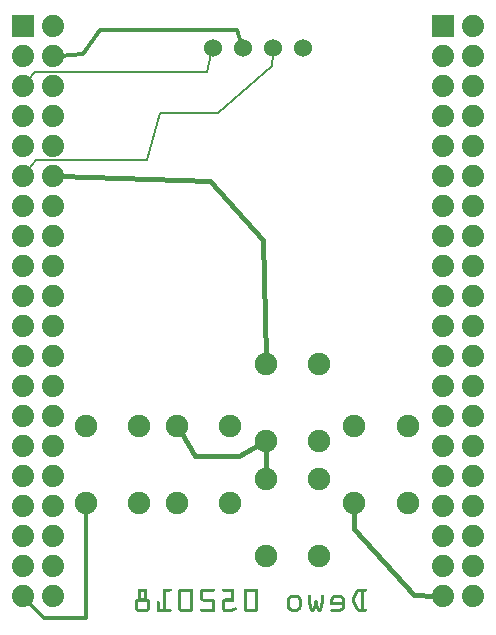
<source format=gbl>
G04 MADE WITH FRITZING*
G04 WWW.FRITZING.ORG*
G04 DOUBLE SIDED*
G04 HOLES PLATED*
G04 CONTOUR ON CENTER OF CONTOUR VECTOR*
%ASAXBY*%
%FSLAX23Y23*%
%MOIN*%
%OFA0B0*%
%SFA1.0B1.0*%
%ADD10C,0.074000*%
%ADD11C,0.060000*%
%ADD12C,0.075000*%
%ADD13R,0.074000X0.074000*%
%ADD14C,0.008000*%
%ADD15C,0.012000*%
%ADD16C,0.016000*%
%ADD17R,0.001000X0.001000*%
%LNCOPPER0*%
G90*
G70*
G54D10*
X93Y2006D03*
X193Y2006D03*
X93Y1906D03*
X193Y1906D03*
X93Y1806D03*
X193Y1806D03*
X93Y1706D03*
X193Y1706D03*
X93Y1606D03*
X193Y1606D03*
X93Y1506D03*
X193Y1506D03*
X93Y1406D03*
X193Y1406D03*
X93Y1306D03*
X193Y1306D03*
X93Y1206D03*
X193Y1206D03*
X93Y1106D03*
X193Y1106D03*
X93Y1005D03*
X193Y1005D03*
X93Y905D03*
X193Y905D03*
X93Y805D03*
X193Y805D03*
X93Y705D03*
X193Y705D03*
X93Y605D03*
X193Y605D03*
X93Y505D03*
X193Y505D03*
X93Y405D03*
X193Y405D03*
X93Y305D03*
X193Y305D03*
X93Y205D03*
X193Y205D03*
X93Y105D03*
X193Y105D03*
X1493Y2006D03*
X1593Y2006D03*
X1493Y1906D03*
X1593Y1906D03*
X1493Y1806D03*
X1593Y1806D03*
X1493Y1706D03*
X1593Y1706D03*
X1493Y1606D03*
X1593Y1606D03*
X1493Y1506D03*
X1593Y1506D03*
X1493Y1406D03*
X1593Y1406D03*
X1493Y1306D03*
X1593Y1306D03*
X1493Y1206D03*
X1593Y1206D03*
X1493Y1106D03*
X1593Y1106D03*
X1493Y1005D03*
X1593Y1005D03*
X1493Y905D03*
X1593Y905D03*
X1493Y805D03*
X1593Y805D03*
X1493Y705D03*
X1593Y705D03*
X1493Y605D03*
X1593Y605D03*
X1493Y505D03*
X1593Y505D03*
X1493Y405D03*
X1593Y405D03*
X1493Y305D03*
X1593Y305D03*
X1493Y205D03*
X1593Y205D03*
X1493Y105D03*
X1593Y105D03*
G54D11*
X1025Y1932D03*
X926Y1932D03*
X825Y1932D03*
X725Y1932D03*
G54D12*
X903Y239D03*
X903Y495D03*
X1080Y239D03*
X1080Y495D03*
X302Y417D03*
X302Y672D03*
X479Y417D03*
X479Y672D03*
X1198Y417D03*
X1198Y672D03*
X1375Y417D03*
X1375Y672D03*
X903Y623D03*
X903Y879D03*
X1080Y623D03*
X1080Y879D03*
X607Y417D03*
X607Y672D03*
X784Y417D03*
X784Y672D03*
G54D13*
X93Y2006D03*
X1493Y2006D03*
G54D14*
X706Y1854D02*
X134Y1854D01*
D02*
X721Y1913D02*
X706Y1854D01*
D02*
X134Y1854D02*
X109Y1825D01*
G54D15*
D02*
X351Y1992D02*
X293Y1912D01*
D02*
X805Y1992D02*
X351Y1992D01*
D02*
X293Y1912D02*
X218Y1907D01*
D02*
X819Y1951D02*
X805Y1992D01*
G54D14*
D02*
X925Y1913D02*
X922Y1874D01*
D02*
X135Y1559D02*
X109Y1526D01*
D02*
X744Y1716D02*
X549Y1716D01*
D02*
X922Y1874D02*
X744Y1716D01*
D02*
X549Y1716D02*
X508Y1559D01*
D02*
X508Y1559D02*
X135Y1559D01*
G54D16*
D02*
X893Y1293D02*
X715Y1490D01*
D02*
X902Y902D02*
X893Y1293D01*
D02*
X715Y1490D02*
X218Y1505D01*
D02*
X903Y518D02*
X903Y600D01*
D02*
X619Y653D02*
X667Y573D01*
D02*
X667Y573D02*
X813Y573D01*
D02*
X813Y573D02*
X882Y612D01*
D02*
X1198Y329D02*
X1198Y394D01*
D02*
X1396Y111D02*
X1198Y329D01*
D02*
X1468Y107D02*
X1396Y111D01*
G54D15*
D02*
X302Y33D02*
X164Y33D01*
D02*
X164Y33D02*
X111Y87D01*
D02*
X302Y394D02*
X302Y33D01*
G54D17*
X479Y131D02*
X504Y131D01*
X559Y131D02*
X586Y131D01*
X618Y131D02*
X655Y131D01*
X690Y131D02*
X731Y131D01*
X759Y131D02*
X795Y131D01*
X835Y131D02*
X872Y131D01*
X1211Y131D02*
X1237Y131D01*
X478Y130D02*
X505Y130D01*
X559Y130D02*
X587Y130D01*
X616Y130D02*
X656Y130D01*
X688Y130D02*
X732Y130D01*
X758Y130D02*
X795Y130D01*
X833Y130D02*
X873Y130D01*
X1209Y130D02*
X1238Y130D01*
X478Y129D02*
X506Y129D01*
X559Y129D02*
X588Y129D01*
X615Y129D02*
X658Y129D01*
X687Y129D02*
X732Y129D01*
X757Y129D02*
X795Y129D01*
X832Y129D02*
X874Y129D01*
X1208Y129D02*
X1238Y129D01*
X477Y128D02*
X506Y128D01*
X559Y128D02*
X588Y128D01*
X614Y128D02*
X658Y128D01*
X686Y128D02*
X733Y128D01*
X757Y128D02*
X795Y128D01*
X831Y128D02*
X875Y128D01*
X1206Y128D02*
X1239Y128D01*
X477Y127D02*
X506Y127D01*
X559Y127D02*
X588Y127D01*
X613Y127D02*
X659Y127D01*
X686Y127D02*
X733Y127D01*
X756Y127D02*
X795Y127D01*
X830Y127D02*
X876Y127D01*
X1205Y127D02*
X1239Y127D01*
X477Y126D02*
X506Y126D01*
X559Y126D02*
X588Y126D01*
X613Y126D02*
X660Y126D01*
X685Y126D02*
X733Y126D01*
X757Y126D02*
X795Y126D01*
X830Y126D02*
X877Y126D01*
X1204Y126D02*
X1239Y126D01*
X477Y125D02*
X506Y125D01*
X559Y125D02*
X588Y125D01*
X612Y125D02*
X660Y125D01*
X685Y125D02*
X732Y125D01*
X757Y125D02*
X795Y125D01*
X829Y125D02*
X877Y125D01*
X1204Y125D02*
X1238Y125D01*
X477Y124D02*
X506Y124D01*
X559Y124D02*
X587Y124D01*
X612Y124D02*
X660Y124D01*
X684Y124D02*
X732Y124D01*
X757Y124D02*
X795Y124D01*
X829Y124D02*
X877Y124D01*
X1203Y124D02*
X1238Y124D01*
X477Y123D02*
X506Y123D01*
X559Y123D02*
X586Y123D01*
X612Y123D02*
X660Y123D01*
X684Y123D02*
X731Y123D01*
X758Y123D02*
X795Y123D01*
X829Y123D02*
X877Y123D01*
X1202Y123D02*
X1237Y123D01*
X477Y122D02*
X506Y122D01*
X559Y122D02*
X584Y122D01*
X612Y122D02*
X661Y122D01*
X684Y122D02*
X729Y122D01*
X761Y122D02*
X795Y122D01*
X829Y122D02*
X877Y122D01*
X1202Y122D02*
X1235Y122D01*
X477Y121D02*
X486Y121D01*
X497Y121D02*
X506Y121D01*
X559Y121D02*
X568Y121D01*
X612Y121D02*
X621Y121D01*
X651Y121D02*
X661Y121D01*
X684Y121D02*
X693Y121D01*
X786Y121D02*
X795Y121D01*
X829Y121D02*
X838Y121D01*
X868Y121D02*
X877Y121D01*
X1201Y121D02*
X1212Y121D01*
X1220Y121D02*
X1229Y121D01*
X477Y120D02*
X486Y120D01*
X497Y120D02*
X506Y120D01*
X559Y120D02*
X568Y120D01*
X612Y120D02*
X621Y120D01*
X651Y120D02*
X661Y120D01*
X684Y120D02*
X693Y120D01*
X786Y120D02*
X795Y120D01*
X829Y120D02*
X838Y120D01*
X868Y120D02*
X877Y120D01*
X1201Y120D02*
X1211Y120D01*
X1220Y120D02*
X1229Y120D01*
X477Y119D02*
X486Y119D01*
X497Y119D02*
X506Y119D01*
X559Y119D02*
X568Y119D01*
X612Y119D02*
X621Y119D01*
X651Y119D02*
X661Y119D01*
X684Y119D02*
X693Y119D01*
X786Y119D02*
X795Y119D01*
X829Y119D02*
X838Y119D01*
X868Y119D02*
X877Y119D01*
X1200Y119D02*
X1211Y119D01*
X1220Y119D02*
X1229Y119D01*
X477Y118D02*
X486Y118D01*
X497Y118D02*
X506Y118D01*
X559Y118D02*
X568Y118D01*
X612Y118D02*
X621Y118D01*
X651Y118D02*
X661Y118D01*
X684Y118D02*
X693Y118D01*
X786Y118D02*
X795Y118D01*
X829Y118D02*
X838Y118D01*
X868Y118D02*
X877Y118D01*
X1200Y118D02*
X1210Y118D01*
X1220Y118D02*
X1229Y118D01*
X477Y117D02*
X486Y117D01*
X497Y117D02*
X506Y117D01*
X559Y117D02*
X568Y117D01*
X612Y117D02*
X621Y117D01*
X651Y117D02*
X661Y117D01*
X684Y117D02*
X693Y117D01*
X786Y117D02*
X795Y117D01*
X829Y117D02*
X838Y117D01*
X868Y117D02*
X877Y117D01*
X1199Y117D02*
X1210Y117D01*
X1220Y117D02*
X1229Y117D01*
X477Y116D02*
X486Y116D01*
X497Y116D02*
X506Y116D01*
X559Y116D02*
X568Y116D01*
X612Y116D02*
X621Y116D01*
X651Y116D02*
X661Y116D01*
X684Y116D02*
X693Y116D01*
X786Y116D02*
X795Y116D01*
X829Y116D02*
X838Y116D01*
X868Y116D02*
X877Y116D01*
X1199Y116D02*
X1209Y116D01*
X1220Y116D02*
X1229Y116D01*
X477Y115D02*
X486Y115D01*
X497Y115D02*
X506Y115D01*
X559Y115D02*
X568Y115D01*
X612Y115D02*
X621Y115D01*
X651Y115D02*
X661Y115D01*
X684Y115D02*
X693Y115D01*
X786Y115D02*
X795Y115D01*
X829Y115D02*
X838Y115D01*
X868Y115D02*
X877Y115D01*
X1198Y115D02*
X1209Y115D01*
X1220Y115D02*
X1229Y115D01*
X477Y114D02*
X486Y114D01*
X497Y114D02*
X506Y114D01*
X559Y114D02*
X568Y114D01*
X612Y114D02*
X621Y114D01*
X651Y114D02*
X661Y114D01*
X684Y114D02*
X693Y114D01*
X786Y114D02*
X795Y114D01*
X829Y114D02*
X838Y114D01*
X868Y114D02*
X877Y114D01*
X1198Y114D02*
X1208Y114D01*
X1220Y114D02*
X1229Y114D01*
X477Y113D02*
X486Y113D01*
X497Y113D02*
X506Y113D01*
X559Y113D02*
X568Y113D01*
X612Y113D02*
X621Y113D01*
X651Y113D02*
X661Y113D01*
X684Y113D02*
X693Y113D01*
X786Y113D02*
X795Y113D01*
X829Y113D02*
X838Y113D01*
X868Y113D02*
X877Y113D01*
X1197Y113D02*
X1208Y113D01*
X1220Y113D02*
X1229Y113D01*
X477Y112D02*
X486Y112D01*
X497Y112D02*
X506Y112D01*
X559Y112D02*
X568Y112D01*
X612Y112D02*
X621Y112D01*
X651Y112D02*
X661Y112D01*
X684Y112D02*
X693Y112D01*
X786Y112D02*
X795Y112D01*
X829Y112D02*
X838Y112D01*
X868Y112D02*
X877Y112D01*
X1197Y112D02*
X1207Y112D01*
X1220Y112D02*
X1229Y112D01*
X477Y111D02*
X486Y111D01*
X497Y111D02*
X506Y111D01*
X559Y111D02*
X568Y111D01*
X612Y111D02*
X621Y111D01*
X651Y111D02*
X661Y111D01*
X684Y111D02*
X693Y111D01*
X786Y111D02*
X795Y111D01*
X829Y111D02*
X838Y111D01*
X868Y111D02*
X877Y111D01*
X1196Y111D02*
X1207Y111D01*
X1220Y111D02*
X1229Y111D01*
X477Y110D02*
X486Y110D01*
X497Y110D02*
X506Y110D01*
X559Y110D02*
X568Y110D01*
X612Y110D02*
X621Y110D01*
X651Y110D02*
X661Y110D01*
X684Y110D02*
X693Y110D01*
X786Y110D02*
X795Y110D01*
X829Y110D02*
X838Y110D01*
X868Y110D02*
X877Y110D01*
X987Y110D02*
X1008Y110D01*
X1047Y110D02*
X1051Y110D01*
X1089Y110D02*
X1093Y110D01*
X1132Y110D02*
X1153Y110D01*
X1196Y110D02*
X1206Y110D01*
X1220Y110D02*
X1229Y110D01*
X477Y109D02*
X486Y109D01*
X497Y109D02*
X506Y109D01*
X559Y109D02*
X568Y109D01*
X612Y109D02*
X621Y109D01*
X651Y109D02*
X661Y109D01*
X684Y109D02*
X693Y109D01*
X786Y109D02*
X795Y109D01*
X829Y109D02*
X838Y109D01*
X868Y109D02*
X877Y109D01*
X985Y109D02*
X1010Y109D01*
X1046Y109D02*
X1052Y109D01*
X1088Y109D02*
X1094Y109D01*
X1129Y109D02*
X1155Y109D01*
X1195Y109D02*
X1206Y109D01*
X1220Y109D02*
X1229Y109D01*
X477Y108D02*
X486Y108D01*
X497Y108D02*
X506Y108D01*
X559Y108D02*
X568Y108D01*
X612Y108D02*
X621Y108D01*
X651Y108D02*
X661Y108D01*
X684Y108D02*
X693Y108D01*
X786Y108D02*
X795Y108D01*
X829Y108D02*
X838Y108D01*
X868Y108D02*
X877Y108D01*
X983Y108D02*
X1012Y108D01*
X1045Y108D02*
X1053Y108D01*
X1087Y108D02*
X1095Y108D01*
X1128Y108D02*
X1157Y108D01*
X1195Y108D02*
X1205Y108D01*
X1220Y108D02*
X1229Y108D01*
X477Y107D02*
X486Y107D01*
X497Y107D02*
X506Y107D01*
X559Y107D02*
X568Y107D01*
X612Y107D02*
X621Y107D01*
X651Y107D02*
X661Y107D01*
X684Y107D02*
X693Y107D01*
X786Y107D02*
X795Y107D01*
X829Y107D02*
X838Y107D01*
X868Y107D02*
X877Y107D01*
X982Y107D02*
X1013Y107D01*
X1045Y107D02*
X1053Y107D01*
X1087Y107D02*
X1095Y107D01*
X1127Y107D02*
X1158Y107D01*
X1194Y107D02*
X1205Y107D01*
X1220Y107D02*
X1229Y107D01*
X477Y106D02*
X486Y106D01*
X497Y106D02*
X506Y106D01*
X559Y106D02*
X568Y106D01*
X612Y106D02*
X621Y106D01*
X651Y106D02*
X661Y106D01*
X684Y106D02*
X693Y106D01*
X786Y106D02*
X795Y106D01*
X829Y106D02*
X838Y106D01*
X868Y106D02*
X877Y106D01*
X981Y106D02*
X1014Y106D01*
X1045Y106D02*
X1054Y106D01*
X1086Y106D02*
X1095Y106D01*
X1125Y106D02*
X1159Y106D01*
X1194Y106D02*
X1204Y106D01*
X1220Y106D02*
X1229Y106D01*
X477Y105D02*
X486Y105D01*
X497Y105D02*
X506Y105D01*
X559Y105D02*
X568Y105D01*
X612Y105D02*
X621Y105D01*
X651Y105D02*
X661Y105D01*
X684Y105D02*
X693Y105D01*
X786Y105D02*
X795Y105D01*
X829Y105D02*
X838Y105D01*
X868Y105D02*
X877Y105D01*
X980Y105D02*
X1016Y105D01*
X1045Y105D02*
X1054Y105D01*
X1086Y105D02*
X1095Y105D01*
X1124Y105D02*
X1160Y105D01*
X1193Y105D02*
X1204Y105D01*
X1220Y105D02*
X1229Y105D01*
X477Y104D02*
X486Y104D01*
X497Y104D02*
X506Y104D01*
X559Y104D02*
X568Y104D01*
X612Y104D02*
X621Y104D01*
X651Y104D02*
X661Y104D01*
X684Y104D02*
X693Y104D01*
X786Y104D02*
X795Y104D01*
X829Y104D02*
X838Y104D01*
X868Y104D02*
X877Y104D01*
X978Y104D02*
X1017Y104D01*
X1045Y104D02*
X1054Y104D01*
X1086Y104D02*
X1095Y104D01*
X1123Y104D02*
X1161Y104D01*
X1193Y104D02*
X1203Y104D01*
X1220Y104D02*
X1229Y104D01*
X477Y103D02*
X486Y103D01*
X497Y103D02*
X506Y103D01*
X559Y103D02*
X568Y103D01*
X612Y103D02*
X621Y103D01*
X651Y103D02*
X661Y103D01*
X684Y103D02*
X693Y103D01*
X786Y103D02*
X795Y103D01*
X829Y103D02*
X838Y103D01*
X868Y103D02*
X877Y103D01*
X977Y103D02*
X1018Y103D01*
X1045Y103D02*
X1054Y103D01*
X1086Y103D02*
X1095Y103D01*
X1122Y103D02*
X1162Y103D01*
X1192Y103D02*
X1203Y103D01*
X1220Y103D02*
X1229Y103D01*
X477Y102D02*
X486Y102D01*
X497Y102D02*
X506Y102D01*
X559Y102D02*
X568Y102D01*
X612Y102D02*
X621Y102D01*
X651Y102D02*
X661Y102D01*
X684Y102D02*
X693Y102D01*
X786Y102D02*
X795Y102D01*
X829Y102D02*
X838Y102D01*
X868Y102D02*
X877Y102D01*
X977Y102D02*
X1019Y102D01*
X1045Y102D02*
X1054Y102D01*
X1086Y102D02*
X1095Y102D01*
X1121Y102D02*
X1163Y102D01*
X1192Y102D02*
X1202Y102D01*
X1220Y102D02*
X1229Y102D01*
X477Y101D02*
X486Y101D01*
X497Y101D02*
X506Y101D01*
X559Y101D02*
X568Y101D01*
X612Y101D02*
X621Y101D01*
X651Y101D02*
X661Y101D01*
X684Y101D02*
X693Y101D01*
X786Y101D02*
X795Y101D01*
X829Y101D02*
X838Y101D01*
X868Y101D02*
X877Y101D01*
X976Y101D02*
X1019Y101D01*
X1045Y101D02*
X1054Y101D01*
X1086Y101D02*
X1095Y101D01*
X1120Y101D02*
X1164Y101D01*
X1192Y101D02*
X1202Y101D01*
X1220Y101D02*
X1229Y101D01*
X477Y100D02*
X486Y100D01*
X497Y100D02*
X506Y100D01*
X559Y100D02*
X568Y100D01*
X612Y100D02*
X621Y100D01*
X651Y100D02*
X661Y100D01*
X684Y100D02*
X693Y100D01*
X786Y100D02*
X795Y100D01*
X829Y100D02*
X838Y100D01*
X868Y100D02*
X877Y100D01*
X975Y100D02*
X988Y100D01*
X1007Y100D02*
X1020Y100D01*
X1045Y100D02*
X1054Y100D01*
X1086Y100D02*
X1095Y100D01*
X1120Y100D02*
X1133Y100D01*
X1152Y100D02*
X1165Y100D01*
X1191Y100D02*
X1201Y100D01*
X1220Y100D02*
X1229Y100D01*
X477Y99D02*
X486Y99D01*
X497Y99D02*
X506Y99D01*
X559Y99D02*
X568Y99D01*
X612Y99D02*
X621Y99D01*
X651Y99D02*
X661Y99D01*
X684Y99D02*
X693Y99D01*
X786Y99D02*
X795Y99D01*
X829Y99D02*
X838Y99D01*
X868Y99D02*
X877Y99D01*
X975Y99D02*
X987Y99D01*
X1008Y99D02*
X1020Y99D01*
X1045Y99D02*
X1054Y99D01*
X1086Y99D02*
X1095Y99D01*
X1119Y99D02*
X1131Y99D01*
X1153Y99D02*
X1165Y99D01*
X1191Y99D02*
X1201Y99D01*
X1220Y99D02*
X1229Y99D01*
X476Y98D02*
X507Y98D01*
X559Y98D02*
X568Y98D01*
X612Y98D02*
X621Y98D01*
X651Y98D02*
X661Y98D01*
X684Y98D02*
X694Y98D01*
X766Y98D02*
X795Y98D01*
X829Y98D02*
X838Y98D01*
X868Y98D02*
X877Y98D01*
X974Y98D02*
X985Y98D01*
X1009Y98D02*
X1021Y98D01*
X1045Y98D02*
X1054Y98D01*
X1086Y98D02*
X1095Y98D01*
X1119Y98D02*
X1130Y98D01*
X1154Y98D02*
X1165Y98D01*
X1191Y98D02*
X1200Y98D01*
X1220Y98D02*
X1229Y98D01*
X473Y97D02*
X510Y97D01*
X559Y97D02*
X568Y97D01*
X612Y97D02*
X621Y97D01*
X651Y97D02*
X661Y97D01*
X684Y97D02*
X727Y97D01*
X762Y97D02*
X795Y97D01*
X829Y97D02*
X838Y97D01*
X868Y97D02*
X877Y97D01*
X974Y97D02*
X984Y97D01*
X1011Y97D02*
X1021Y97D01*
X1045Y97D02*
X1054Y97D01*
X1086Y97D02*
X1095Y97D01*
X1118Y97D02*
X1129Y97D01*
X1155Y97D02*
X1166Y97D01*
X1191Y97D02*
X1200Y97D01*
X1220Y97D02*
X1229Y97D01*
X471Y96D02*
X512Y96D01*
X559Y96D02*
X568Y96D01*
X612Y96D02*
X621Y96D01*
X651Y96D02*
X661Y96D01*
X684Y96D02*
X729Y96D01*
X761Y96D02*
X795Y96D01*
X829Y96D02*
X838Y96D01*
X868Y96D02*
X877Y96D01*
X974Y96D02*
X984Y96D01*
X1012Y96D02*
X1022Y96D01*
X1045Y96D02*
X1054Y96D01*
X1086Y96D02*
X1095Y96D01*
X1118Y96D02*
X1128Y96D01*
X1156Y96D02*
X1166Y96D01*
X1190Y96D02*
X1200Y96D01*
X1220Y96D02*
X1229Y96D01*
X470Y95D02*
X513Y95D01*
X559Y95D02*
X568Y95D01*
X612Y95D02*
X621Y95D01*
X651Y95D02*
X661Y95D01*
X685Y95D02*
X730Y95D01*
X759Y95D02*
X795Y95D01*
X829Y95D02*
X838Y95D01*
X868Y95D02*
X877Y95D01*
X973Y95D02*
X983Y95D01*
X1012Y95D02*
X1022Y95D01*
X1045Y95D02*
X1054Y95D01*
X1086Y95D02*
X1095Y95D01*
X1118Y95D02*
X1128Y95D01*
X1157Y95D02*
X1166Y95D01*
X1190Y95D02*
X1199Y95D01*
X1220Y95D02*
X1229Y95D01*
X469Y94D02*
X514Y94D01*
X559Y94D02*
X568Y94D01*
X612Y94D02*
X621Y94D01*
X651Y94D02*
X661Y94D01*
X685Y94D02*
X731Y94D01*
X759Y94D02*
X795Y94D01*
X829Y94D02*
X838Y94D01*
X868Y94D02*
X877Y94D01*
X973Y94D02*
X983Y94D01*
X1013Y94D02*
X1022Y94D01*
X1045Y94D02*
X1054Y94D01*
X1086Y94D02*
X1095Y94D01*
X1118Y94D02*
X1127Y94D01*
X1157Y94D02*
X1166Y94D01*
X1190Y94D02*
X1199Y94D01*
X1220Y94D02*
X1229Y94D01*
X469Y93D02*
X515Y93D01*
X559Y93D02*
X568Y93D01*
X612Y93D02*
X621Y93D01*
X651Y93D02*
X661Y93D01*
X685Y93D02*
X731Y93D01*
X758Y93D02*
X795Y93D01*
X829Y93D02*
X838Y93D01*
X868Y93D02*
X877Y93D01*
X973Y93D02*
X982Y93D01*
X1013Y93D02*
X1022Y93D01*
X1045Y93D02*
X1054Y93D01*
X1068Y93D02*
X1072Y93D01*
X1086Y93D02*
X1095Y93D01*
X1118Y93D02*
X1127Y93D01*
X1157Y93D02*
X1167Y93D01*
X1190Y93D02*
X1199Y93D01*
X1220Y93D02*
X1229Y93D01*
X468Y92D02*
X515Y92D01*
X559Y92D02*
X568Y92D01*
X612Y92D02*
X621Y92D01*
X651Y92D02*
X661Y92D01*
X686Y92D02*
X732Y92D01*
X757Y92D02*
X795Y92D01*
X829Y92D02*
X838Y92D01*
X868Y92D02*
X877Y92D01*
X973Y92D02*
X982Y92D01*
X1013Y92D02*
X1022Y92D01*
X1045Y92D02*
X1054Y92D01*
X1067Y92D02*
X1073Y92D01*
X1086Y92D02*
X1095Y92D01*
X1118Y92D02*
X1127Y92D01*
X1157Y92D02*
X1167Y92D01*
X1190Y92D02*
X1199Y92D01*
X1220Y92D02*
X1229Y92D01*
X468Y91D02*
X516Y91D01*
X559Y91D02*
X568Y91D01*
X612Y91D02*
X621Y91D01*
X651Y91D02*
X661Y91D01*
X687Y91D02*
X732Y91D01*
X757Y91D02*
X795Y91D01*
X829Y91D02*
X838Y91D01*
X868Y91D02*
X877Y91D01*
X973Y91D02*
X982Y91D01*
X1013Y91D02*
X1022Y91D01*
X1045Y91D02*
X1054Y91D01*
X1066Y91D02*
X1074Y91D01*
X1086Y91D02*
X1095Y91D01*
X1118Y91D02*
X1127Y91D01*
X1157Y91D02*
X1167Y91D01*
X1190Y91D02*
X1199Y91D01*
X1220Y91D02*
X1229Y91D01*
X467Y90D02*
X516Y90D01*
X559Y90D02*
X568Y90D01*
X612Y90D02*
X621Y90D01*
X651Y90D02*
X661Y90D01*
X688Y90D02*
X733Y90D01*
X757Y90D02*
X795Y90D01*
X829Y90D02*
X838Y90D01*
X868Y90D02*
X877Y90D01*
X973Y90D02*
X982Y90D01*
X1013Y90D02*
X1022Y90D01*
X1045Y90D02*
X1054Y90D01*
X1066Y90D02*
X1074Y90D01*
X1086Y90D02*
X1095Y90D01*
X1118Y90D02*
X1127Y90D01*
X1157Y90D02*
X1167Y90D01*
X1190Y90D02*
X1200Y90D01*
X1220Y90D02*
X1229Y90D01*
X467Y89D02*
X516Y89D01*
X542Y89D02*
X546Y89D01*
X559Y89D02*
X568Y89D01*
X612Y89D02*
X621Y89D01*
X651Y89D02*
X661Y89D01*
X690Y89D02*
X733Y89D01*
X756Y89D02*
X795Y89D01*
X829Y89D02*
X838Y89D01*
X868Y89D02*
X877Y89D01*
X973Y89D02*
X982Y89D01*
X1013Y89D02*
X1022Y89D01*
X1045Y89D02*
X1054Y89D01*
X1065Y89D02*
X1074Y89D01*
X1086Y89D02*
X1095Y89D01*
X1118Y89D02*
X1127Y89D01*
X1157Y89D02*
X1167Y89D01*
X1191Y89D02*
X1200Y89D01*
X1220Y89D02*
X1229Y89D01*
X467Y88D02*
X516Y88D01*
X541Y88D02*
X547Y88D01*
X559Y88D02*
X568Y88D01*
X612Y88D02*
X621Y88D01*
X651Y88D02*
X661Y88D01*
X694Y88D02*
X733Y88D01*
X756Y88D02*
X795Y88D01*
X829Y88D02*
X838Y88D01*
X868Y88D02*
X877Y88D01*
X973Y88D02*
X982Y88D01*
X1013Y88D02*
X1022Y88D01*
X1045Y88D02*
X1054Y88D01*
X1065Y88D02*
X1075Y88D01*
X1086Y88D02*
X1095Y88D01*
X1118Y88D02*
X1127Y88D01*
X1157Y88D02*
X1167Y88D01*
X1191Y88D02*
X1200Y88D01*
X1220Y88D02*
X1229Y88D01*
X467Y87D02*
X476Y87D01*
X507Y87D02*
X516Y87D01*
X540Y87D02*
X548Y87D01*
X559Y87D02*
X568Y87D01*
X612Y87D02*
X621Y87D01*
X651Y87D02*
X661Y87D01*
X724Y87D02*
X733Y87D01*
X756Y87D02*
X765Y87D01*
X829Y87D02*
X838Y87D01*
X868Y87D02*
X877Y87D01*
X973Y87D02*
X982Y87D01*
X1013Y87D02*
X1022Y87D01*
X1045Y87D02*
X1054Y87D01*
X1065Y87D02*
X1075Y87D01*
X1086Y87D02*
X1095Y87D01*
X1118Y87D02*
X1127Y87D01*
X1157Y87D02*
X1167Y87D01*
X1191Y87D02*
X1201Y87D01*
X1220Y87D02*
X1229Y87D01*
X467Y86D02*
X476Y86D01*
X507Y86D02*
X516Y86D01*
X540Y86D02*
X548Y86D01*
X559Y86D02*
X568Y86D01*
X612Y86D02*
X621Y86D01*
X651Y86D02*
X661Y86D01*
X724Y86D02*
X733Y86D01*
X756Y86D02*
X765Y86D01*
X829Y86D02*
X838Y86D01*
X868Y86D02*
X877Y86D01*
X973Y86D02*
X982Y86D01*
X1013Y86D02*
X1022Y86D01*
X1045Y86D02*
X1054Y86D01*
X1065Y86D02*
X1075Y86D01*
X1086Y86D02*
X1095Y86D01*
X1118Y86D02*
X1127Y86D01*
X1157Y86D02*
X1167Y86D01*
X1191Y86D02*
X1201Y86D01*
X1220Y86D02*
X1229Y86D01*
X467Y85D02*
X476Y85D01*
X507Y85D02*
X516Y85D01*
X540Y85D02*
X548Y85D01*
X559Y85D02*
X568Y85D01*
X612Y85D02*
X621Y85D01*
X651Y85D02*
X661Y85D01*
X724Y85D02*
X733Y85D01*
X756Y85D02*
X765Y85D01*
X829Y85D02*
X838Y85D01*
X868Y85D02*
X877Y85D01*
X973Y85D02*
X982Y85D01*
X1013Y85D02*
X1022Y85D01*
X1045Y85D02*
X1054Y85D01*
X1065Y85D02*
X1075Y85D01*
X1086Y85D02*
X1095Y85D01*
X1118Y85D02*
X1167Y85D01*
X1192Y85D02*
X1202Y85D01*
X1220Y85D02*
X1229Y85D01*
X467Y84D02*
X476Y84D01*
X507Y84D02*
X516Y84D01*
X539Y84D02*
X549Y84D01*
X559Y84D02*
X568Y84D01*
X612Y84D02*
X621Y84D01*
X651Y84D02*
X661Y84D01*
X724Y84D02*
X733Y84D01*
X756Y84D02*
X765Y84D01*
X829Y84D02*
X838Y84D01*
X868Y84D02*
X877Y84D01*
X973Y84D02*
X982Y84D01*
X1013Y84D02*
X1022Y84D01*
X1045Y84D02*
X1054Y84D01*
X1065Y84D02*
X1075Y84D01*
X1086Y84D02*
X1095Y84D01*
X1118Y84D02*
X1167Y84D01*
X1192Y84D02*
X1202Y84D01*
X1220Y84D02*
X1229Y84D01*
X467Y83D02*
X476Y83D01*
X507Y83D02*
X516Y83D01*
X539Y83D02*
X549Y83D01*
X559Y83D02*
X568Y83D01*
X612Y83D02*
X621Y83D01*
X651Y83D02*
X661Y83D01*
X724Y83D02*
X733Y83D01*
X756Y83D02*
X765Y83D01*
X829Y83D02*
X838Y83D01*
X868Y83D02*
X877Y83D01*
X973Y83D02*
X982Y83D01*
X1013Y83D02*
X1022Y83D01*
X1045Y83D02*
X1054Y83D01*
X1065Y83D02*
X1075Y83D01*
X1086Y83D02*
X1095Y83D01*
X1118Y83D02*
X1167Y83D01*
X1192Y83D02*
X1203Y83D01*
X1220Y83D02*
X1229Y83D01*
X467Y82D02*
X476Y82D01*
X507Y82D02*
X516Y82D01*
X539Y82D02*
X549Y82D01*
X559Y82D02*
X568Y82D01*
X612Y82D02*
X621Y82D01*
X651Y82D02*
X661Y82D01*
X724Y82D02*
X733Y82D01*
X756Y82D02*
X765Y82D01*
X829Y82D02*
X838Y82D01*
X868Y82D02*
X877Y82D01*
X973Y82D02*
X982Y82D01*
X1013Y82D02*
X1022Y82D01*
X1045Y82D02*
X1054Y82D01*
X1065Y82D02*
X1075Y82D01*
X1085Y82D02*
X1095Y82D01*
X1118Y82D02*
X1167Y82D01*
X1193Y82D02*
X1203Y82D01*
X1220Y82D02*
X1229Y82D01*
X467Y81D02*
X476Y81D01*
X507Y81D02*
X516Y81D01*
X539Y81D02*
X549Y81D01*
X559Y81D02*
X568Y81D01*
X612Y81D02*
X621Y81D01*
X651Y81D02*
X661Y81D01*
X724Y81D02*
X733Y81D01*
X756Y81D02*
X765Y81D01*
X829Y81D02*
X838Y81D01*
X868Y81D02*
X877Y81D01*
X973Y81D02*
X982Y81D01*
X1013Y81D02*
X1022Y81D01*
X1045Y81D02*
X1054Y81D01*
X1065Y81D02*
X1075Y81D01*
X1085Y81D02*
X1095Y81D01*
X1118Y81D02*
X1167Y81D01*
X1193Y81D02*
X1204Y81D01*
X1220Y81D02*
X1229Y81D01*
X467Y80D02*
X476Y80D01*
X507Y80D02*
X516Y80D01*
X539Y80D02*
X549Y80D01*
X559Y80D02*
X568Y80D01*
X612Y80D02*
X621Y80D01*
X651Y80D02*
X661Y80D01*
X724Y80D02*
X733Y80D01*
X756Y80D02*
X765Y80D01*
X829Y80D02*
X838Y80D01*
X868Y80D02*
X877Y80D01*
X973Y80D02*
X982Y80D01*
X1013Y80D02*
X1022Y80D01*
X1045Y80D02*
X1054Y80D01*
X1065Y80D02*
X1075Y80D01*
X1085Y80D02*
X1095Y80D01*
X1118Y80D02*
X1167Y80D01*
X1194Y80D02*
X1204Y80D01*
X1220Y80D02*
X1229Y80D01*
X467Y79D02*
X476Y79D01*
X507Y79D02*
X516Y79D01*
X539Y79D02*
X549Y79D01*
X559Y79D02*
X568Y79D01*
X612Y79D02*
X621Y79D01*
X651Y79D02*
X661Y79D01*
X724Y79D02*
X733Y79D01*
X756Y79D02*
X765Y79D01*
X829Y79D02*
X838Y79D01*
X868Y79D02*
X877Y79D01*
X973Y79D02*
X982Y79D01*
X1013Y79D02*
X1022Y79D01*
X1045Y79D02*
X1055Y79D01*
X1065Y79D02*
X1075Y79D01*
X1085Y79D02*
X1095Y79D01*
X1118Y79D02*
X1167Y79D01*
X1194Y79D02*
X1205Y79D01*
X1220Y79D02*
X1229Y79D01*
X467Y78D02*
X476Y78D01*
X507Y78D02*
X516Y78D01*
X539Y78D02*
X549Y78D01*
X559Y78D02*
X568Y78D01*
X612Y78D02*
X621Y78D01*
X651Y78D02*
X661Y78D01*
X724Y78D02*
X733Y78D01*
X756Y78D02*
X765Y78D01*
X829Y78D02*
X838Y78D01*
X868Y78D02*
X877Y78D01*
X973Y78D02*
X982Y78D01*
X1013Y78D02*
X1022Y78D01*
X1045Y78D02*
X1055Y78D01*
X1065Y78D02*
X1075Y78D01*
X1085Y78D02*
X1094Y78D01*
X1118Y78D02*
X1167Y78D01*
X1195Y78D02*
X1205Y78D01*
X1220Y78D02*
X1229Y78D01*
X467Y77D02*
X476Y77D01*
X507Y77D02*
X516Y77D01*
X539Y77D02*
X549Y77D01*
X559Y77D02*
X568Y77D01*
X612Y77D02*
X621Y77D01*
X651Y77D02*
X661Y77D01*
X724Y77D02*
X733Y77D01*
X756Y77D02*
X765Y77D01*
X829Y77D02*
X838Y77D01*
X868Y77D02*
X877Y77D01*
X973Y77D02*
X982Y77D01*
X1013Y77D02*
X1022Y77D01*
X1046Y77D02*
X1055Y77D01*
X1065Y77D02*
X1075Y77D01*
X1085Y77D02*
X1094Y77D01*
X1119Y77D02*
X1167Y77D01*
X1195Y77D02*
X1206Y77D01*
X1220Y77D02*
X1229Y77D01*
X467Y76D02*
X476Y76D01*
X507Y76D02*
X516Y76D01*
X539Y76D02*
X549Y76D01*
X559Y76D02*
X568Y76D01*
X612Y76D02*
X621Y76D01*
X651Y76D02*
X661Y76D01*
X724Y76D02*
X733Y76D01*
X756Y76D02*
X765Y76D01*
X829Y76D02*
X838Y76D01*
X868Y76D02*
X877Y76D01*
X973Y76D02*
X982Y76D01*
X1013Y76D02*
X1022Y76D01*
X1046Y76D02*
X1055Y76D01*
X1065Y76D02*
X1075Y76D01*
X1085Y76D02*
X1094Y76D01*
X1120Y76D02*
X1167Y76D01*
X1196Y76D02*
X1206Y76D01*
X1220Y76D02*
X1229Y76D01*
X467Y75D02*
X476Y75D01*
X507Y75D02*
X516Y75D01*
X539Y75D02*
X549Y75D01*
X559Y75D02*
X568Y75D01*
X612Y75D02*
X621Y75D01*
X651Y75D02*
X661Y75D01*
X724Y75D02*
X733Y75D01*
X756Y75D02*
X765Y75D01*
X829Y75D02*
X838Y75D01*
X868Y75D02*
X877Y75D01*
X973Y75D02*
X982Y75D01*
X1013Y75D02*
X1022Y75D01*
X1046Y75D02*
X1055Y75D01*
X1064Y75D02*
X1076Y75D01*
X1085Y75D02*
X1094Y75D01*
X1157Y75D02*
X1167Y75D01*
X1196Y75D02*
X1207Y75D01*
X1220Y75D02*
X1229Y75D01*
X467Y74D02*
X476Y74D01*
X507Y74D02*
X516Y74D01*
X539Y74D02*
X549Y74D01*
X559Y74D02*
X568Y74D01*
X612Y74D02*
X621Y74D01*
X651Y74D02*
X661Y74D01*
X724Y74D02*
X733Y74D01*
X756Y74D02*
X765Y74D01*
X829Y74D02*
X838Y74D01*
X868Y74D02*
X877Y74D01*
X973Y74D02*
X982Y74D01*
X1013Y74D02*
X1022Y74D01*
X1046Y74D02*
X1055Y74D01*
X1063Y74D02*
X1076Y74D01*
X1084Y74D02*
X1094Y74D01*
X1157Y74D02*
X1167Y74D01*
X1197Y74D02*
X1207Y74D01*
X1220Y74D02*
X1229Y74D01*
X467Y73D02*
X476Y73D01*
X507Y73D02*
X516Y73D01*
X539Y73D02*
X549Y73D01*
X559Y73D02*
X568Y73D01*
X612Y73D02*
X621Y73D01*
X651Y73D02*
X661Y73D01*
X724Y73D02*
X733Y73D01*
X756Y73D02*
X765Y73D01*
X829Y73D02*
X838Y73D01*
X868Y73D02*
X877Y73D01*
X973Y73D02*
X982Y73D01*
X1013Y73D02*
X1022Y73D01*
X1046Y73D02*
X1056Y73D01*
X1063Y73D02*
X1077Y73D01*
X1084Y73D02*
X1094Y73D01*
X1157Y73D02*
X1167Y73D01*
X1197Y73D02*
X1208Y73D01*
X1220Y73D02*
X1229Y73D01*
X467Y72D02*
X476Y72D01*
X507Y72D02*
X516Y72D01*
X539Y72D02*
X549Y72D01*
X559Y72D02*
X568Y72D01*
X612Y72D02*
X621Y72D01*
X651Y72D02*
X661Y72D01*
X724Y72D02*
X733Y72D01*
X756Y72D02*
X765Y72D01*
X829Y72D02*
X838Y72D01*
X868Y72D02*
X877Y72D01*
X973Y72D02*
X982Y72D01*
X1013Y72D02*
X1022Y72D01*
X1046Y72D02*
X1056Y72D01*
X1062Y72D02*
X1078Y72D01*
X1084Y72D02*
X1093Y72D01*
X1157Y72D02*
X1167Y72D01*
X1198Y72D02*
X1208Y72D01*
X1220Y72D02*
X1229Y72D01*
X467Y71D02*
X476Y71D01*
X507Y71D02*
X516Y71D01*
X539Y71D02*
X549Y71D01*
X559Y71D02*
X568Y71D01*
X612Y71D02*
X621Y71D01*
X651Y71D02*
X661Y71D01*
X724Y71D02*
X733Y71D01*
X756Y71D02*
X765Y71D01*
X829Y71D02*
X838Y71D01*
X868Y71D02*
X877Y71D01*
X973Y71D02*
X982Y71D01*
X1013Y71D02*
X1022Y71D01*
X1047Y71D02*
X1056Y71D01*
X1062Y71D02*
X1078Y71D01*
X1084Y71D02*
X1093Y71D01*
X1157Y71D02*
X1166Y71D01*
X1198Y71D02*
X1209Y71D01*
X1220Y71D02*
X1229Y71D01*
X467Y70D02*
X476Y70D01*
X507Y70D02*
X516Y70D01*
X539Y70D02*
X549Y70D01*
X559Y70D02*
X568Y70D01*
X612Y70D02*
X621Y70D01*
X651Y70D02*
X661Y70D01*
X724Y70D02*
X733Y70D01*
X756Y70D02*
X765Y70D01*
X829Y70D02*
X838Y70D01*
X868Y70D02*
X877Y70D01*
X973Y70D02*
X983Y70D01*
X1012Y70D02*
X1022Y70D01*
X1047Y70D02*
X1057Y70D01*
X1061Y70D02*
X1079Y70D01*
X1083Y70D02*
X1093Y70D01*
X1157Y70D02*
X1166Y70D01*
X1199Y70D02*
X1209Y70D01*
X1220Y70D02*
X1229Y70D01*
X467Y69D02*
X476Y69D01*
X507Y69D02*
X516Y69D01*
X539Y69D02*
X549Y69D01*
X559Y69D02*
X568Y69D01*
X612Y69D02*
X621Y69D01*
X651Y69D02*
X661Y69D01*
X724Y69D02*
X733Y69D01*
X756Y69D02*
X765Y69D01*
X829Y69D02*
X838Y69D01*
X868Y69D02*
X877Y69D01*
X973Y69D02*
X984Y69D01*
X1012Y69D02*
X1022Y69D01*
X1047Y69D02*
X1057Y69D01*
X1061Y69D02*
X1079Y69D01*
X1083Y69D02*
X1092Y69D01*
X1156Y69D02*
X1166Y69D01*
X1199Y69D02*
X1210Y69D01*
X1220Y69D02*
X1229Y69D01*
X467Y68D02*
X476Y68D01*
X507Y68D02*
X516Y68D01*
X539Y68D02*
X549Y68D01*
X559Y68D02*
X568Y68D01*
X612Y68D02*
X621Y68D01*
X651Y68D02*
X661Y68D01*
X724Y68D02*
X733Y68D01*
X756Y68D02*
X765Y68D01*
X800Y68D02*
X802Y68D01*
X829Y68D02*
X838Y68D01*
X868Y68D02*
X877Y68D01*
X974Y68D02*
X985Y68D01*
X1011Y68D02*
X1021Y68D01*
X1048Y68D02*
X1057Y68D01*
X1060Y68D02*
X1080Y68D01*
X1083Y68D02*
X1092Y68D01*
X1156Y68D02*
X1166Y68D01*
X1200Y68D02*
X1210Y68D01*
X1220Y68D02*
X1229Y68D01*
X467Y67D02*
X476Y67D01*
X507Y67D02*
X516Y67D01*
X539Y67D02*
X549Y67D01*
X559Y67D02*
X568Y67D01*
X612Y67D02*
X621Y67D01*
X651Y67D02*
X661Y67D01*
X724Y67D02*
X733Y67D01*
X756Y67D02*
X765Y67D01*
X797Y67D02*
X803Y67D01*
X829Y67D02*
X838Y67D01*
X868Y67D02*
X877Y67D01*
X974Y67D02*
X986Y67D01*
X1010Y67D02*
X1021Y67D01*
X1048Y67D02*
X1092Y67D01*
X1154Y67D02*
X1166Y67D01*
X1200Y67D02*
X1211Y67D01*
X1220Y67D02*
X1229Y67D01*
X467Y66D02*
X476Y66D01*
X507Y66D02*
X516Y66D01*
X539Y66D02*
X549Y66D01*
X559Y66D02*
X568Y66D01*
X612Y66D02*
X621Y66D01*
X651Y66D02*
X661Y66D01*
X724Y66D02*
X733Y66D01*
X756Y66D02*
X765Y66D01*
X795Y66D02*
X804Y66D01*
X829Y66D02*
X838Y66D01*
X868Y66D02*
X877Y66D01*
X975Y66D02*
X987Y66D01*
X1009Y66D02*
X1021Y66D01*
X1048Y66D02*
X1092Y66D01*
X1153Y66D02*
X1165Y66D01*
X1201Y66D02*
X1211Y66D01*
X1220Y66D02*
X1229Y66D01*
X467Y65D02*
X476Y65D01*
X507Y65D02*
X516Y65D01*
X539Y65D02*
X549Y65D01*
X559Y65D02*
X568Y65D01*
X612Y65D02*
X621Y65D01*
X651Y65D02*
X661Y65D01*
X724Y65D02*
X733Y65D01*
X756Y65D02*
X765Y65D01*
X792Y65D02*
X805Y65D01*
X829Y65D02*
X838Y65D01*
X868Y65D02*
X877Y65D01*
X975Y65D02*
X988Y65D01*
X1007Y65D02*
X1020Y65D01*
X1048Y65D02*
X1069Y65D01*
X1071Y65D02*
X1091Y65D01*
X1152Y65D02*
X1165Y65D01*
X1201Y65D02*
X1212Y65D01*
X1220Y65D02*
X1229Y65D01*
X467Y64D02*
X516Y64D01*
X539Y64D02*
X584Y64D01*
X612Y64D02*
X661Y64D01*
X689Y64D02*
X733Y64D01*
X756Y64D02*
X805Y64D01*
X829Y64D02*
X877Y64D01*
X976Y64D02*
X1020Y64D01*
X1049Y64D02*
X1068Y64D01*
X1072Y64D02*
X1091Y64D01*
X1122Y64D02*
X1164Y64D01*
X1202Y64D02*
X1234Y64D01*
X467Y63D02*
X516Y63D01*
X539Y63D02*
X586Y63D01*
X612Y63D02*
X660Y63D01*
X686Y63D02*
X733Y63D01*
X756Y63D02*
X805Y63D01*
X829Y63D02*
X877Y63D01*
X977Y63D02*
X1019Y63D01*
X1049Y63D02*
X1068Y63D01*
X1072Y63D02*
X1091Y63D01*
X1120Y63D02*
X1164Y63D01*
X1202Y63D02*
X1237Y63D01*
X467Y62D02*
X516Y62D01*
X539Y62D02*
X587Y62D01*
X612Y62D02*
X660Y62D01*
X685Y62D02*
X733Y62D01*
X757Y62D02*
X805Y62D01*
X829Y62D02*
X877Y62D01*
X977Y62D02*
X1018Y62D01*
X1049Y62D02*
X1067Y62D01*
X1073Y62D02*
X1090Y62D01*
X1119Y62D02*
X1163Y62D01*
X1203Y62D02*
X1238Y62D01*
X468Y61D02*
X515Y61D01*
X539Y61D02*
X588Y61D01*
X612Y61D02*
X660Y61D01*
X685Y61D02*
X733Y61D01*
X757Y61D02*
X805Y61D01*
X829Y61D02*
X877Y61D01*
X978Y61D02*
X1017Y61D01*
X1050Y61D02*
X1067Y61D01*
X1073Y61D02*
X1090Y61D01*
X1118Y61D02*
X1162Y61D01*
X1203Y61D02*
X1238Y61D01*
X468Y60D02*
X515Y60D01*
X539Y60D02*
X588Y60D01*
X613Y60D02*
X660Y60D01*
X684Y60D02*
X733Y60D01*
X757Y60D02*
X804Y60D01*
X830Y60D02*
X877Y60D01*
X979Y60D02*
X1016Y60D01*
X1050Y60D02*
X1066Y60D01*
X1074Y60D02*
X1090Y60D01*
X1118Y60D02*
X1161Y60D01*
X1204Y60D02*
X1239Y60D01*
X469Y59D02*
X515Y59D01*
X540Y59D02*
X588Y59D01*
X613Y59D02*
X659Y59D01*
X684Y59D02*
X733Y59D01*
X758Y59D02*
X803Y59D01*
X830Y59D02*
X876Y59D01*
X981Y59D02*
X1015Y59D01*
X1050Y59D02*
X1065Y59D01*
X1075Y59D02*
X1090Y59D01*
X1118Y59D02*
X1160Y59D01*
X1205Y59D02*
X1239Y59D01*
X469Y58D02*
X514Y58D01*
X540Y58D02*
X588Y58D01*
X614Y58D02*
X658Y58D01*
X684Y58D02*
X733Y58D01*
X759Y58D02*
X801Y58D01*
X831Y58D02*
X875Y58D01*
X982Y58D02*
X1014Y58D01*
X1051Y58D02*
X1065Y58D01*
X1075Y58D02*
X1089Y58D01*
X1118Y58D02*
X1158Y58D01*
X1206Y58D02*
X1239Y58D01*
X470Y57D02*
X513Y57D01*
X540Y57D02*
X588Y57D01*
X615Y57D02*
X658Y57D01*
X685Y57D02*
X733Y57D01*
X759Y57D02*
X799Y57D01*
X832Y57D02*
X874Y57D01*
X983Y57D02*
X1012Y57D01*
X1051Y57D02*
X1064Y57D01*
X1076Y57D02*
X1089Y57D01*
X1118Y57D02*
X1157Y57D01*
X1207Y57D02*
X1238Y57D01*
X471Y56D02*
X512Y56D01*
X541Y56D02*
X587Y56D01*
X616Y56D02*
X656Y56D01*
X685Y56D02*
X733Y56D01*
X761Y56D02*
X797Y56D01*
X833Y56D02*
X873Y56D01*
X984Y56D02*
X1011Y56D01*
X1052Y56D02*
X1064Y56D01*
X1076Y56D02*
X1088Y56D01*
X1119Y56D02*
X1156Y56D01*
X1209Y56D02*
X1238Y56D01*
X473Y55D02*
X510Y55D01*
X542Y55D02*
X586Y55D01*
X618Y55D02*
X655Y55D01*
X686Y55D02*
X733Y55D01*
X762Y55D02*
X794Y55D01*
X835Y55D02*
X872Y55D01*
X986Y55D02*
X1009Y55D01*
X1053Y55D02*
X1063Y55D01*
X1077Y55D02*
X1087Y55D01*
X1120Y55D02*
X1153Y55D01*
X1211Y55D02*
X1237Y55D01*
X477Y54D02*
X506Y54D01*
X545Y54D02*
X583Y54D01*
X622Y54D02*
X651Y54D01*
X689Y54D02*
X732Y54D01*
X766Y54D02*
X788Y54D01*
X839Y54D02*
X867Y54D01*
X992Y54D02*
X1003Y54D01*
X1056Y54D02*
X1060Y54D01*
X1080Y54D02*
X1084Y54D01*
X1123Y54D02*
X1148Y54D01*
X1216Y54D02*
X1234Y54D01*
D02*
G04 End of Copper0*
M02*
</source>
